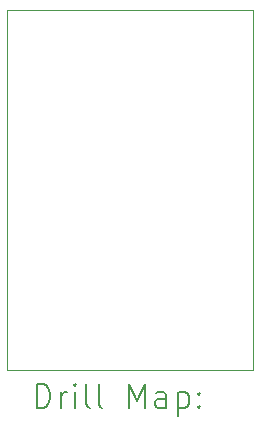
<source format=gbr>
%TF.GenerationSoftware,KiCad,Pcbnew,7.0.8*%
%TF.CreationDate,2023-11-11T23:39:50-08:00*%
%TF.ProjectId,STM32F042-Mini,53544d33-3246-4303-9432-2d4d696e692e,rev?*%
%TF.SameCoordinates,Original*%
%TF.FileFunction,Drillmap*%
%TF.FilePolarity,Positive*%
%FSLAX45Y45*%
G04 Gerber Fmt 4.5, Leading zero omitted, Abs format (unit mm)*
G04 Created by KiCad (PCBNEW 7.0.8) date 2023-11-11 23:39:50*
%MOMM*%
%LPD*%
G01*
G04 APERTURE LIST*
%ADD10C,0.100000*%
%ADD11C,0.200000*%
G04 APERTURE END LIST*
D10*
X6196000Y-4127500D02*
X8282000Y-4127500D01*
X8282000Y-7175500D01*
X6196000Y-7175500D01*
X6196000Y-4127500D01*
D11*
X6451777Y-7491984D02*
X6451777Y-7291984D01*
X6451777Y-7291984D02*
X6499396Y-7291984D01*
X6499396Y-7291984D02*
X6527967Y-7301508D01*
X6527967Y-7301508D02*
X6547015Y-7320555D01*
X6547015Y-7320555D02*
X6556539Y-7339603D01*
X6556539Y-7339603D02*
X6566062Y-7377698D01*
X6566062Y-7377698D02*
X6566062Y-7406269D01*
X6566062Y-7406269D02*
X6556539Y-7444365D01*
X6556539Y-7444365D02*
X6547015Y-7463412D01*
X6547015Y-7463412D02*
X6527967Y-7482460D01*
X6527967Y-7482460D02*
X6499396Y-7491984D01*
X6499396Y-7491984D02*
X6451777Y-7491984D01*
X6651777Y-7491984D02*
X6651777Y-7358650D01*
X6651777Y-7396746D02*
X6661301Y-7377698D01*
X6661301Y-7377698D02*
X6670824Y-7368174D01*
X6670824Y-7368174D02*
X6689872Y-7358650D01*
X6689872Y-7358650D02*
X6708920Y-7358650D01*
X6775586Y-7491984D02*
X6775586Y-7358650D01*
X6775586Y-7291984D02*
X6766062Y-7301508D01*
X6766062Y-7301508D02*
X6775586Y-7311031D01*
X6775586Y-7311031D02*
X6785110Y-7301508D01*
X6785110Y-7301508D02*
X6775586Y-7291984D01*
X6775586Y-7291984D02*
X6775586Y-7311031D01*
X6899396Y-7491984D02*
X6880348Y-7482460D01*
X6880348Y-7482460D02*
X6870824Y-7463412D01*
X6870824Y-7463412D02*
X6870824Y-7291984D01*
X7004158Y-7491984D02*
X6985110Y-7482460D01*
X6985110Y-7482460D02*
X6975586Y-7463412D01*
X6975586Y-7463412D02*
X6975586Y-7291984D01*
X7232729Y-7491984D02*
X7232729Y-7291984D01*
X7232729Y-7291984D02*
X7299396Y-7434841D01*
X7299396Y-7434841D02*
X7366062Y-7291984D01*
X7366062Y-7291984D02*
X7366062Y-7491984D01*
X7547015Y-7491984D02*
X7547015Y-7387222D01*
X7547015Y-7387222D02*
X7537491Y-7368174D01*
X7537491Y-7368174D02*
X7518443Y-7358650D01*
X7518443Y-7358650D02*
X7480348Y-7358650D01*
X7480348Y-7358650D02*
X7461301Y-7368174D01*
X7547015Y-7482460D02*
X7527967Y-7491984D01*
X7527967Y-7491984D02*
X7480348Y-7491984D01*
X7480348Y-7491984D02*
X7461301Y-7482460D01*
X7461301Y-7482460D02*
X7451777Y-7463412D01*
X7451777Y-7463412D02*
X7451777Y-7444365D01*
X7451777Y-7444365D02*
X7461301Y-7425317D01*
X7461301Y-7425317D02*
X7480348Y-7415793D01*
X7480348Y-7415793D02*
X7527967Y-7415793D01*
X7527967Y-7415793D02*
X7547015Y-7406269D01*
X7642253Y-7358650D02*
X7642253Y-7558650D01*
X7642253Y-7368174D02*
X7661301Y-7358650D01*
X7661301Y-7358650D02*
X7699396Y-7358650D01*
X7699396Y-7358650D02*
X7718443Y-7368174D01*
X7718443Y-7368174D02*
X7727967Y-7377698D01*
X7727967Y-7377698D02*
X7737491Y-7396746D01*
X7737491Y-7396746D02*
X7737491Y-7453888D01*
X7737491Y-7453888D02*
X7727967Y-7472936D01*
X7727967Y-7472936D02*
X7718443Y-7482460D01*
X7718443Y-7482460D02*
X7699396Y-7491984D01*
X7699396Y-7491984D02*
X7661301Y-7491984D01*
X7661301Y-7491984D02*
X7642253Y-7482460D01*
X7823205Y-7472936D02*
X7832729Y-7482460D01*
X7832729Y-7482460D02*
X7823205Y-7491984D01*
X7823205Y-7491984D02*
X7813682Y-7482460D01*
X7813682Y-7482460D02*
X7823205Y-7472936D01*
X7823205Y-7472936D02*
X7823205Y-7491984D01*
X7823205Y-7368174D02*
X7832729Y-7377698D01*
X7832729Y-7377698D02*
X7823205Y-7387222D01*
X7823205Y-7387222D02*
X7813682Y-7377698D01*
X7813682Y-7377698D02*
X7823205Y-7368174D01*
X7823205Y-7368174D02*
X7823205Y-7387222D01*
M02*

</source>
